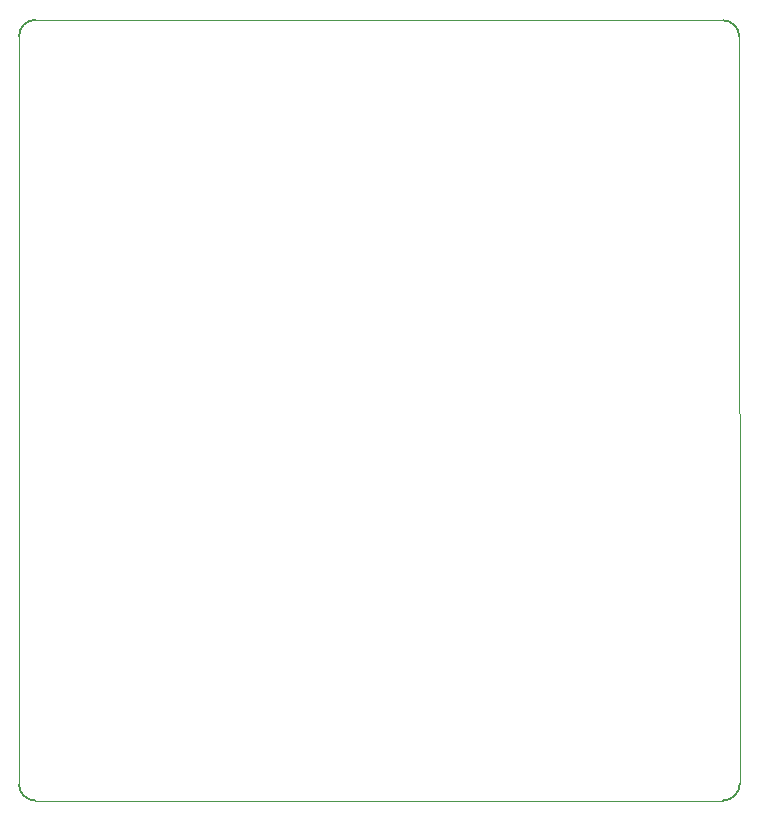
<source format=gbr>
%TF.GenerationSoftware,KiCad,Pcbnew,7.0.8*%
%TF.CreationDate,2025-03-02T05:57:02+01:00*%
%TF.ProjectId,Raspi-Connector,52617370-692d-4436-9f6e-6e6563746f72,rev?*%
%TF.SameCoordinates,Original*%
%TF.FileFunction,Profile,NP*%
%FSLAX46Y46*%
G04 Gerber Fmt 4.6, Leading zero omitted, Abs format (unit mm)*
G04 Created by KiCad (PCBNEW 7.0.8) date 2025-03-02 05:57:02*
%MOMM*%
%LPD*%
G01*
G04 APERTURE LIST*
%TA.AperFunction,Profile*%
%ADD10C,0.100000*%
%TD*%
%TA.AperFunction,Profile*%
%ADD11C,0.150000*%
%TD*%
G04 APERTURE END LIST*
D10*
X115033828Y-136045172D02*
X115033828Y-72742828D01*
X174653172Y-137442172D02*
X116430828Y-137442172D01*
D11*
X116430828Y-71345828D02*
G75*
G03*
X115033828Y-72742828I-28J-1396972D01*
G01*
X115033828Y-136045172D02*
G75*
G03*
X116430828Y-137442172I1396972J-28D01*
G01*
D10*
X176022000Y-72771000D02*
X176050172Y-136045172D01*
D11*
X174653172Y-137442172D02*
G75*
G03*
X176050172Y-136045172I28J1396972D01*
G01*
D10*
X116430828Y-71345828D02*
X174625000Y-71374000D01*
D11*
X176022000Y-72771000D02*
G75*
G03*
X174625000Y-71374000I-1397000J0D01*
G01*
M02*

</source>
